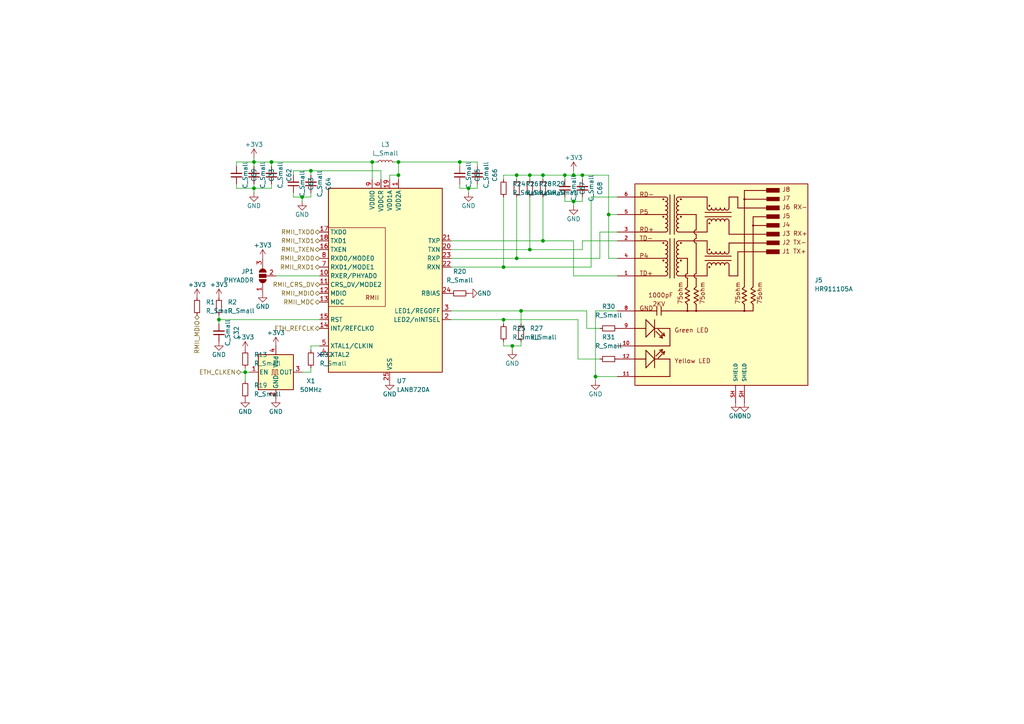
<source format=kicad_sch>
(kicad_sch (version 20211123) (generator eeschema)
  (paper "A4")
  (lib_symbols
    (symbol "Anh_Symbols:HR911105A" (pin_names (offset 1.016))
      (property "Reference" "J" (at 0 38.1 0))
      (property "Value" "HR911105A" (at -5.08 35.56 0))
      (symbol "HR911105A_0_0"
        (rectangle (start -20.32 34.29) (end 29.845 -24.13) (stroke (width 0.254)) (fill (type background)))
        (circle (center -12.065 12.065) (radius 0.1524) (stroke (width 0.254)))
        (circle (center -12.065 17.145) (radius 0.1524) (stroke (width 0.254)))
        (circle (center -12.065 24.765) (radius 0.1524) (stroke (width 0.254)))
        (circle (center -12.065 29.845) (radius 0.1524) (stroke (width 0.254)))
        (arc (start -11.43 7.62) (mid -10.981 7.806) (end -10.795 8.255) (stroke (width 0.254)))
        (arc (start -11.43 8.89) (mid -11.0269 9.1219) (end -10.795 9.525) (stroke (width 0.254)))
        (arc (start -11.43 10.16) (mid -10.981 10.346) (end -10.795 10.795) (stroke (width 0.254)))
        (arc (start -11.43 11.43) (mid -10.981 11.616) (end -10.795 12.065) (stroke (width 0.254)))
        (arc (start -11.43 12.7) (mid -10.981 12.886) (end -10.795 13.335) (stroke (width 0.254)))
        (arc (start -11.43 13.97) (mid -10.981 14.156) (end -10.795 14.605) (stroke (width 0.254)))
        (arc (start -11.43 15.24) (mid -10.981 15.426) (end -10.795 15.875) (stroke (width 0.254)))
        (arc (start -11.43 16.51) (mid -10.981 16.696) (end -10.795 17.145) (stroke (width 0.254)))
        (arc (start -11.43 20.32) (mid -10.981 20.506) (end -10.795 20.955) (stroke (width 0.254)))
        (arc (start -11.43 21.59) (mid -11.0269 21.8219) (end -10.795 22.225) (stroke (width 0.254)))
        (arc (start -11.43 22.86) (mid -10.981 23.046) (end -10.795 23.495) (stroke (width 0.254)))
        (arc (start -11.43 24.13) (mid -10.981 24.316) (end -10.795 24.765) (stroke (width 0.254)))
        (arc (start -11.43 25.4) (mid -10.981 25.586) (end -10.795 26.035) (stroke (width 0.254)))
        (arc (start -11.43 26.67) (mid -10.981 26.856) (end -10.795 27.305) (stroke (width 0.254)))
        (arc (start -11.43 27.94) (mid -10.981 28.126) (end -10.795 28.575) (stroke (width 0.254)))
        (arc (start -11.43 29.21) (mid -10.981 29.396) (end -10.795 29.845) (stroke (width 0.254)))
        (arc (start -10.795 8.255) (mid -10.981 8.704) (end -11.43 8.89) (stroke (width 0.254)))
        (arc (start -10.795 9.525) (mid -10.981 9.974) (end -11.43 10.16) (stroke (width 0.254)))
        (arc (start -10.795 10.795) (mid -10.981 11.244) (end -11.43 11.43) (stroke (width 0.254)))
        (arc (start -10.795 12.065) (mid -10.981 12.514) (end -11.43 12.7) (stroke (width 0.254)))
        (arc (start -10.795 13.335) (mid -10.981 13.784) (end -11.43 13.97) (stroke (width 0.254)))
        (arc (start -10.795 14.605) (mid -10.981 15.054) (end -11.43 15.24) (stroke (width 0.254)))
        (arc (start -10.795 15.875) (mid -10.981 16.324) (end -11.43 16.51) (stroke (width 0.254)))
        (arc (start -10.795 17.145) (mid -10.981 17.594) (end -11.43 17.78) (stroke (width 0.254)))
        (arc (start -10.795 20.955) (mid -10.981 21.404) (end -11.43 21.59) (stroke (width 0.254)))
        (arc (start -10.795 22.225) (mid -10.981 22.674) (end -11.43 22.86) (stroke (width 0.254)))
        (arc (start -10.795 23.495) (mid -10.981 23.944) (end -11.43 24.13) (stroke (width 0.254)))
        (arc (start -10.795 24.765) (mid -10.981 25.214) (end -11.43 25.4) (stroke (width 0.254)))
        (arc (start -10.795 26.035) (mid -10.981 26.484) (end -11.43 26.67) (stroke (width 0.254)))
        (arc (start -10.795 27.305) (mid -10.981 27.754) (end -11.43 27.94) (stroke (width 0.254)))
        (arc (start -10.795 28.575) (mid -10.981 29.024) (end -11.43 29.21) (stroke (width 0.254)))
        (arc (start -10.795 29.845) (mid -10.981 30.294) (end -11.43 30.48) (stroke (width 0.254)))
        (arc (start -8.255 8.255) (mid -8.069 7.806) (end -7.62 7.62) (stroke (width 0.254)))
        (arc (start -8.255 9.525) (mid -8.069 9.076) (end -7.62 8.89) (stroke (width 0.254)))
        (arc (start -8.255 10.795) (mid -8.069 10.346) (end -7.62 10.16) (stroke (width 0.254)))
        (arc (start -8.255 12.065) (mid -8.069 11.616) (end -7.62 11.43) (stroke (width 0.254)))
        (arc (start -8.255 13.335) (mid -8.069 12.886) (end -7.62 12.7) (stroke (width 0.254)))
        (arc (start -8.255 14.605) (mid -8.069 14.156) (end -7.62 13.97) (stroke (width 0.254)))
        (arc (start -8.255 15.875) (mid -8.069 15.426) (end -7.62 15.24) (stroke (width 0.254)))
        (arc (start -8.255 17.145) (mid -8.069 16.696) (end -7.62 16.51) (stroke (width 0.254)))
        (arc (start -8.255 20.955) (mid -8.069 20.506) (end -7.62 20.32) (stroke (width 0.254)))
        (arc (start -8.255 22.225) (mid -8.069 21.776) (end -7.62 21.59) (stroke (width 0.254)))
        (arc (start -8.255 23.495) (mid -8.069 23.046) (end -7.62 22.86) (stroke (width 0.254)))
        (arc (start -8.255 24.765) (mid -8.069 24.316) (end -7.62 24.13) (stroke (width 0.254)))
        (arc (start -8.255 26.035) (mid -8.069 25.586) (end -7.62 25.4) (stroke (width 0.254)))
        (arc (start -8.255 27.305) (mid -8.069 26.856) (end -7.62 26.67) (stroke (width 0.254)))
        (arc (start -8.255 28.575) (mid -8.069 28.126) (end -7.62 27.94) (stroke (width 0.254)))
        (arc (start -8.255 29.845) (mid -8.069 29.396) (end -7.62 29.21) (stroke (width 0.254)))
        (arc (start -7.62 8.89) (mid -8.069 8.704) (end -8.255 8.255) (stroke (width 0.254)))
        (arc (start -7.62 10.16) (mid -8.069 9.974) (end -8.255 9.525) (stroke (width 0.254)))
        (arc (start -7.62 11.43) (mid -8.069 11.244) (end -8.255 10.795) (stroke (width 0.254)))
        (arc (start -7.62 12.7) (mid -8.069 12.514) (end -8.255 12.065) (stroke (width 0.254)))
        (arc (start -7.62 13.97) (mid -8.069 13.784) (end -8.255 13.335) (stroke (width 0.254)))
        (arc (start -7.62 15.24) (mid -8.069 15.054) (end -8.255 14.605) (stroke (width 0.254)))
        (arc (start -7.62 16.51) (mid -8.0231 16.2781) (end -8.255 15.875) (stroke (width 0.254)))
        (arc (start -7.62 17.78) (mid -8.069 17.594) (end -8.255 17.145) (stroke (width 0.254)))
        (arc (start -7.62 21.59) (mid -8.069 21.404) (end -8.255 20.955) (stroke (width 0.254)))
        (arc (start -7.62 22.86) (mid -8.069 22.674) (end -8.255 22.225) (stroke (width 0.254)))
        (arc (start -7.62 24.13) (mid -8.069 23.944) (end -8.255 23.495) (stroke (width 0.254)))
        (arc (start -7.62 25.4) (mid -8.069 25.214) (end -8.255 24.765) (stroke (width 0.254)))
        (arc (start -7.62 26.67) (mid -8.069 26.484) (end -8.255 26.035) (stroke (width 0.254)))
        (arc (start -7.62 27.94) (mid -8.069 27.754) (end -8.255 27.305) (stroke (width 0.254)))
        (arc (start -7.62 29.21) (mid -8.0231 28.9781) (end -8.255 28.575) (stroke (width 0.254)))
        (arc (start -7.62 30.48) (mid -8.069 30.294) (end -8.255 29.845) (stroke (width 0.254)))
        (circle (center -6.985 12.065) (radius 0.1524) (stroke (width 0.254)))
        (circle (center -6.985 17.145) (radius 0.1524) (stroke (width 0.254)))
        (circle (center -6.985 24.765) (radius 0.1524) (stroke (width 0.254)))
        (circle (center -6.985 29.845) (radius 0.1524) (stroke (width 0.254)))
        (arc (start -5.715 7.62) (mid -5.529 7.171) (end -5.08 6.985) (stroke (width 0.254)))
        (circle (center -5.08 -2.54) (radius 0.1778) (stroke (width 0.254)))
        (arc (start -5.08 8.255) (mid -5.529 8.069) (end -5.715 7.62) (stroke (width 0.254)))
        (arc (start -3.175 7.62) (mid -2.989 7.171) (end -2.54 6.985) (stroke (width 0.254)))
        (arc (start -3.175 17.78) (mid -2.989 17.331) (end -2.54 17.145) (stroke (width 0.254)))
        (arc (start -3.175 20.32) (mid -2.989 19.871) (end -2.54 19.685) (stroke (width 0.254)))
        (circle (center -2.54 -2.54) (radius 0.1778) (stroke (width 0.254)))
        (arc (start -2.54 8.255) (mid -2.989 8.069) (end -3.175 7.62) (stroke (width 0.254)))
        (arc (start -2.54 18.415) (mid -2.989 18.229) (end -3.175 17.78) (stroke (width 0.254)))
        (arc (start -2.54 20.955) (mid -2.989 20.769) (end -3.175 20.32) (stroke (width 0.254)))
        (polyline (pts (xy -20.32 -21.59) (xy -10.16 -21.59)) (stroke (width 0.254)))
        (polyline (pts (xy -20.32 -12.7) (xy -10.16 -12.7)) (stroke (width 0.254)))
        (polyline (pts (xy -20.32 12.7) (xy -11.43 12.7)) (stroke (width 0.254)))
        (polyline (pts (xy -20.32 20.32) (xy -11.43 20.32)) (stroke (width 0.254)))
        (polyline (pts (xy -17.145 -19.05) (xy -14.605 -16.51)) (stroke (width 0.254)))
        (polyline (pts (xy -17.145 -16.51) (xy -20.32 -16.51)) (stroke (width 0.254)))
        (polyline (pts (xy -17.145 -16.51) (xy -17.145 -19.05)) (stroke (width 0.254)))
        (polyline (pts (xy -17.145 -13.97) (xy -17.145 -16.51)) (stroke (width 0.254)))
        (polyline (pts (xy -17.145 -10.16) (xy -17.145 -7.62)) (stroke (width 0.254)))
        (polyline (pts (xy -17.145 -7.62) (xy -20.32 -7.62)) (stroke (width 0.254)))
        (polyline (pts (xy -17.145 -7.62) (xy -17.145 -5.08)) (stroke (width 0.254)))
        (polyline (pts (xy -17.145 -5.08) (xy -14.605 -7.62)) (stroke (width 0.254)))
        (polyline (pts (xy -16.764 -14.351) (xy -17.145 -13.97)) (stroke (width 0.254)))
        (polyline (pts (xy -16.7386 -9.7536) (xy -17.1196 -10.1346)) (stroke (width 0.254)))
        (polyline (pts (xy -16.129 -14.986) (xy -16.764 -14.351)) (stroke (width 0.254)))
        (polyline (pts (xy -16.1036 -9.1186) (xy -16.7386 -9.7536)) (stroke (width 0.254)))
        (polyline (pts (xy -14.605 -16.51) (xy -16.129 -14.986)) (stroke (width 0.254)))
        (polyline (pts (xy -14.605 -16.51) (xy -14.605 -19.05)) (stroke (width 0.254)))
        (polyline (pts (xy -14.605 -16.51) (xy -10.16 -16.51)) (stroke (width 0.254)))
        (polyline (pts (xy -14.605 -13.97) (xy -14.605 -16.51)) (stroke (width 0.254)))
        (polyline (pts (xy -14.605 -10.16) (xy -14.605 -7.62)) (stroke (width 0.254)))
        (polyline (pts (xy -14.605 -7.62) (xy -16.129 -9.144)) (stroke (width 0.254)))
        (polyline (pts (xy -14.605 -7.62) (xy -14.605 -5.08)) (stroke (width 0.254)))
        (polyline (pts (xy -14.605 -7.62) (xy -10.16 -7.62)) (stroke (width 0.254)))
        (polyline (pts (xy -14.224 -15.621) (xy -12.319 -13.716)) (stroke (width 0.254)))
        (polyline (pts (xy -14.224 -8.509) (xy -12.319 -10.414)) (stroke (width 0.254)))
        (polyline (pts (xy -13.97 -2.54) (xy -20.32 -2.54)) (stroke (width 0.254)))
        (polyline (pts (xy -13.97 -2.54) (xy -13.97 -3.81)) (stroke (width 0.254)))
        (polyline (pts (xy -13.97 -1.27) (xy -13.97 -2.54)) (stroke (width 0.254)))
        (polyline (pts (xy -13.589 -16.256) (xy -11.684 -14.351)) (stroke (width 0.254)))
        (polyline (pts (xy -13.589 -7.874) (xy -11.684 -9.779)) (stroke (width 0.254)))
        (polyline (pts (xy -12.7 -2.54) (xy -12.7 -3.81)) (stroke (width 0.254)))
        (polyline (pts (xy -12.7 -2.54) (xy -12.7 -1.27)) (stroke (width 0.254)))
        (polyline (pts (xy -12.319 -13.716) (xy -13.208 -13.97)) (stroke (width 0.254)))
        (polyline (pts (xy -12.319 -13.716) (xy -12.573 -14.605)) (stroke (width 0.254)))
        (polyline (pts (xy -12.319 -10.414) (xy -13.208 -10.16)) (stroke (width 0.254)))
        (polyline (pts (xy -12.319 -10.414) (xy -12.573 -9.525)) (stroke (width 0.254)))
        (polyline (pts (xy -11.684 -14.351) (xy -12.573 -14.605)) (stroke (width 0.254)))
        (polyline (pts (xy -11.684 -14.351) (xy -11.938 -15.24)) (stroke (width 0.254)))
        (polyline (pts (xy -11.684 -9.779) (xy -12.573 -9.525)) (stroke (width 0.254)))
        (polyline (pts (xy -11.684 -9.779) (xy -11.938 -8.89)) (stroke (width 0.254)))
        (polyline (pts (xy -11.43 7.62) (xy -20.32 7.62)) (stroke (width 0.254)))
        (polyline (pts (xy -11.43 17.78) (xy -20.32 17.78)) (stroke (width 0.254)))
        (polyline (pts (xy -11.43 25.4) (xy -20.32 25.4)) (stroke (width 0.254)))
        (polyline (pts (xy -11.43 30.48) (xy -20.32 30.48)) (stroke (width 0.254)))
        (polyline (pts (xy -10.16 -21.59) (xy -10.16 -16.51)) (stroke (width 0.254)))
        (polyline (pts (xy -10.16 -12.7) (xy -10.16 -7.62)) (stroke (width 0.254)))
        (polyline (pts (xy -10.16 18.415) (xy -10.16 6.985)) (stroke (width 0.254)))
        (polyline (pts (xy -10.16 31.115) (xy -10.16 19.685)) (stroke (width 0.254)))
        (polyline (pts (xy -8.89 18.415) (xy -8.89 6.985)) (stroke (width 0.254)))
        (polyline (pts (xy -8.89 31.115) (xy -8.89 19.685)) (stroke (width 0.254)))
        (polyline (pts (xy -7.62 7.62) (xy -5.715 7.62)) (stroke (width 0.254)))
        (polyline (pts (xy -7.62 20.32) (xy -3.175 20.32)) (stroke (width 0.254)))
        (polyline (pts (xy -7.62 25.4) (xy -2.54 25.4)) (stroke (width 0.254)))
        (polyline (pts (xy -5.715 0) (xy -5.08 -0.635)) (stroke (width 0.254)))
        (polyline (pts (xy -5.715 1.27) (xy -4.445 0.635)) (stroke (width 0.254)))
        (polyline (pts (xy -5.715 2.54) (xy -4.445 1.905)) (stroke (width 0.254)))
        (polyline (pts (xy -5.715 3.81) (xy -4.445 3.175)) (stroke (width 0.254)))
        (polyline (pts (xy -5.715 7.62) (xy -3.175 7.62)) (stroke (width 0.254)))
        (polyline (pts (xy -5.08 -2.54) (xy -12.7 -2.54)) (stroke (width 0.254)))
        (polyline (pts (xy -5.08 -0.635) (xy -5.08 -2.54)) (stroke (width 0.254)))
        (polyline (pts (xy -5.08 4.445) (xy -5.715 3.81)) (stroke (width 0.254)))
        (polyline (pts (xy -5.08 6.985) (xy -5.08 4.445)) (stroke (width 0.254)))
        (polyline (pts (xy -5.08 8.255) (xy -5.08 12.7)) (stroke (width 0.254)))
        (polyline (pts (xy -5.08 12.7) (xy -7.62 12.7)) (stroke (width 0.254)))
        (polyline (pts (xy -4.445 0.635) (xy -5.715 0)) (stroke (width 0.254)))
        (polyline (pts (xy -4.445 1.905) (xy -5.715 1.27)) (stroke (width 0.254)))
        (polyline (pts (xy -4.445 3.175) (xy -5.715 2.54)) (stroke (width 0.254)))
        (polyline (pts (xy -3.175 0) (xy -2.54 -0.635)) (stroke (width 0.254)))
        (polyline (pts (xy -3.175 1.27) (xy -1.905 0.635)) (stroke (width 0.254)))
        (polyline (pts (xy -3.175 2.54) (xy -1.905 1.905)) (stroke (width 0.254)))
        (polyline (pts (xy -3.175 3.81) (xy -1.905 3.175)) (stroke (width 0.254)))
        (polyline (pts (xy -3.175 7.62) (xy 0.635 7.62)) (stroke (width 0.254)))
        (polyline (pts (xy -3.175 17.78) (xy -7.62 17.78)) (stroke (width 0.254)))
        (polyline (pts (xy -3.175 20.32) (xy 0.635 20.32)) (stroke (width 0.254)))
        (polyline (pts (xy -2.54 -0.635) (xy -2.54 -2.54)) (stroke (width 0.254)))
        (polyline (pts (xy -2.54 4.445) (xy -3.175 3.81)) (stroke (width 0.254)))
        (polyline (pts (xy -2.54 6.985) (xy -2.54 4.445)) (stroke (width 0.254)))
        (polyline (pts (xy -2.54 17.145) (xy -2.54 8.255)) (stroke (width 0.254)))
        (polyline (pts (xy -2.54 19.685) (xy -2.54 18.415)) (stroke (width 0.254)))
        (polyline (pts (xy -2.54 25.4) (xy -2.54 20.955)) (stroke (width 0.254)))
        (polyline (pts (xy -1.905 0.635) (xy -3.175 0)) (stroke (width 0.254)))
        (polyline (pts (xy -1.905 1.905) (xy -3.175 1.27)) (stroke (width 0.254)))
        (polyline (pts (xy -1.905 3.175) (xy -3.175 2.54)) (stroke (width 0.254)))
        (polyline (pts (xy 0 12.065) (xy 7.62 12.065)) (stroke (width 0.254)))
        (polyline (pts (xy 0 13.335) (xy 7.62 13.335)) (stroke (width 0.254)))
        (polyline (pts (xy 0 24.765) (xy 7.62 24.765)) (stroke (width 0.254)))
        (polyline (pts (xy 0 26.035) (xy 7.62 26.035)) (stroke (width 0.254)))
        (polyline (pts (xy 0.635 7.62) (xy 0.635 10.795)) (stroke (width 0.254)))
        (polyline (pts (xy 0.635 14.605) (xy 0.635 17.78)) (stroke (width 0.254)))
        (polyline (pts (xy 0.635 17.78) (xy -3.175 17.78)) (stroke (width 0.254)))
        (polyline (pts (xy 0.635 20.32) (xy 0.635 23.495)) (stroke (width 0.254)))
        (polyline (pts (xy 0.635 27.305) (xy 0.635 30.48)) (stroke (width 0.254)))
        (polyline (pts (xy 0.635 30.48) (xy -7.62 30.48)) (stroke (width 0.254)))
        (polyline (pts (xy 6.985 10.795) (xy 6.985 7.62)) (stroke (width 0.254)))
        (polyline (pts (xy 6.985 17.145) (xy 6.985 14.605)) (stroke (width 0.254)))
        (polyline (pts (xy 6.985 23.495) (xy 6.985 19.685)) (stroke (width 0.254)))
        (polyline (pts (xy 6.985 30.48) (xy 6.985 27.305)) (stroke (width 0.254)))
        (polyline (pts (xy 9.525 7.62) (xy 6.985 7.62)) (stroke (width 0.254)))
        (polyline (pts (xy 9.525 14.605) (xy 9.525 7.62)) (stroke (width 0.254)))
        (polyline (pts (xy 9.525 27.305) (xy 9.525 30.48)) (stroke (width 0.254)))
        (polyline (pts (xy 9.525 30.48) (xy 6.985 30.48)) (stroke (width 0.254)))
        (polyline (pts (xy 10.795 0) (xy 11.43 -0.635)) (stroke (width 0.254)))
        (polyline (pts (xy 10.795 1.27) (xy 12.065 0.635)) (stroke (width 0.254)))
        (polyline (pts (xy 10.795 2.54) (xy 12.065 1.905)) (stroke (width 0.254)))
        (polyline (pts (xy 10.795 3.81) (xy 12.065 3.175)) (stroke (width 0.254)))
        (polyline (pts (xy 11.43 -0.635) (xy 11.43 -2.54)) (stroke (width 0.254)))
        (polyline (pts (xy 11.43 4.445) (xy 10.795 3.81)) (stroke (width 0.254)))
        (polyline (pts (xy 11.43 29.845) (xy 11.43 4.445)) (stroke (width 0.254)))
        (polyline (pts (xy 11.43 29.845) (xy 18.415 29.845)) (stroke (width 0.254)))
        (polyline (pts (xy 11.43 32.385) (xy 11.43 29.845)) (stroke (width 0.254)))
        (polyline (pts (xy 12.065 0.635) (xy 10.795 0)) (stroke (width 0.254)))
        (polyline (pts (xy 12.065 1.905) (xy 10.795 1.27)) (stroke (width 0.254)))
        (polyline (pts (xy 12.065 3.175) (xy 10.795 2.54)) (stroke (width 0.254)))
        (polyline (pts (xy 13.335 0) (xy 13.97 -0.635)) (stroke (width 0.254)))
        (polyline (pts (xy 13.335 1.27) (xy 14.605 0.635)) (stroke (width 0.254)))
        (polyline (pts (xy 13.335 2.54) (xy 14.605 1.905)) (stroke (width 0.254)))
        (polyline (pts (xy 13.335 3.81) (xy 14.605 3.175)) (stroke (width 0.254)))
        (polyline (pts (xy 13.97 -2.54) (xy -5.08 -2.54)) (stroke (width 0.254)))
        (polyline (pts (xy 13.97 -0.635) (xy 13.97 -2.54)) (stroke (width 0.254)))
        (polyline (pts (xy 13.97 4.445) (xy 13.335 3.81)) (stroke (width 0.254)))
        (polyline (pts (xy 13.97 22.225) (xy 13.97 4.445)) (stroke (width 0.254)))
        (polyline (pts (xy 13.97 22.225) (xy 18.415 22.225)) (stroke (width 0.254)))
        (polyline (pts (xy 13.97 24.765) (xy 13.97 22.225)) (stroke (width 0.254)))
        (polyline (pts (xy 14.605 0.635) (xy 13.335 0)) (stroke (width 0.254)))
        (polyline (pts (xy 14.605 1.905) (xy 13.335 1.27)) (stroke (width 0.254)))
        (polyline (pts (xy 14.605 3.175) (xy 13.335 2.54)) (stroke (width 0.254)))
        (polyline (pts (xy 18.415 14.605) (xy 9.525 14.605)) (stroke (width 0.254)))
        (polyline (pts (xy 18.415 17.145) (xy 6.985 17.145)) (stroke (width 0.254)))
        (polyline (pts (xy 18.415 19.685) (xy 6.985 19.685)) (stroke (width 0.254)))
        (polyline (pts (xy 18.415 24.765) (xy 13.97 24.765)) (stroke (width 0.254)))
        (polyline (pts (xy 18.415 27.305) (xy 9.525 27.305)) (stroke (width 0.254)))
        (polyline (pts (xy 18.415 32.385) (xy 11.43 32.385)) (stroke (width 0.254)))
        (arc (start 0.635 14.605) (mid 0.821 14.156) (end 1.27 13.97) (stroke (width 0.254)))
        (arc (start 0.635 27.305) (mid 0.821 26.856) (end 1.27 26.67) (stroke (width 0.254)))
        (circle (center 1.27 10.16) (radius 0.1524) (stroke (width 0.254)))
        (arc (start 1.27 11.43) (mid 0.821 11.244) (end 0.635 10.795) (stroke (width 0.254)))
        (arc (start 1.27 13.97) (mid 1.719 14.156) (end 1.905 14.605) (stroke (width 0.254)))
        (circle (center 1.27 15.24) (radius 0.1524) (stroke (width 0.254)))
        (circle (center 1.27 22.86) (radius 0.1524) (stroke (width 0.254)))
        (arc (start 1.27 24.13) (mid 0.821 23.944) (end 0.635 23.495) (stroke (width 0.254)))
        (arc (start 1.27 26.67) (mid 1.719 26.856) (end 1.905 27.305) (stroke (width 0.254)))
        (circle (center 1.27 27.94) (radius 0.1524) (stroke (width 0.254)))
        (arc (start 1.905 10.795) (mid 1.719 11.244) (end 1.27 11.43) (stroke (width 0.254)))
        (arc (start 1.905 14.605) (mid 2.091 14.156) (end 2.54 13.97) (stroke (width 0.254)))
        (arc (start 1.905 23.495) (mid 1.719 23.944) (end 1.27 24.13) (stroke (width 0.254)))
        (arc (start 1.905 27.305) (mid 2.091 26.856) (end 2.54 26.67) (stroke (width 0.254)))
        (arc (start 2.54 11.43) (mid 2.091 11.244) (end 1.905 10.795) (stroke (width 0.254)))
        (arc (start 2.54 13.97) (mid 2.989 14.156) (end 3.175 14.605) (stroke (width 0.254)))
        (arc (start 2.54 24.13) (mid 2.091 23.944) (end 1.905 23.495) (stroke (width 0.254)))
        (arc (start 2.54 26.67) (mid 2.989 26.856) (end 3.175 27.305) (stroke (width 0.254)))
        (arc (start 3.175 10.795) (mid 2.989 11.244) (end 2.54 11.43) (stroke (width 0.254)))
        (arc (start 3.175 14.605) (mid 3.361 14.156) (end 3.81 13.97) (stroke (width 0.254)))
        (arc (start 3.175 23.495) (mid 2.989 23.944) (end 2.54 24.13) (stroke (width 0.254)))
        (arc (start 3.175 27.305) (mid 3.361 26.856) (end 3.81 26.67) (stroke (width 0.254)))
        (arc (start 3.81 11.43) (mid 3.361 11.244) (end 3.175 10.795) (stroke (width 0.254)))
        (arc (start 3.81 13.97) (mid 4.259 14.156) (end 4.445 14.605) (stroke (width 0.254)))
        (arc (start 3.81 24.13) (mid 3.361 23.944) (end 3.175 23.495) (stroke (width 0.254)))
        (arc (start 3.81 26.67) (mid 4.259 26.856) (end 4.445 27.305) (stroke (width 0.254)))
        (arc (start 4.445 10.795) (mid 4.259 11.244) (end 3.81 11.43) (stroke (width 0.254)))
        (arc (start 4.445 14.605) (mid 4.631 14.156) (end 5.08 13.97) (stroke (width 0.254)))
        (arc (start 4.445 23.495) (mid 4.259 23.944) (end 3.81 24.13) (stroke (width 0.254)))
        (arc (start 4.445 27.305) (mid 4.631 26.856) (end 5.08 26.67) (stroke (width 0.254)))
        (arc (start 5.08 11.43) (mid 4.631 11.244) (end 4.445 10.795) (stroke (width 0.254)))
        (arc (start 5.08 13.97) (mid 5.529 14.156) (end 5.715 14.605) (stroke (width 0.254)))
        (arc (start 5.08 24.13) (mid 4.631 23.944) (end 4.445 23.495) (stroke (width 0.254)))
        (arc (start 5.08 26.67) (mid 5.529 26.856) (end 5.715 27.305) (stroke (width 0.254)))
        (arc (start 5.715 10.795) (mid 5.529 11.244) (end 5.08 11.43) (stroke (width 0.254)))
        (arc (start 5.715 14.605) (mid 5.901 14.156) (end 6.35 13.97) (stroke (width 0.254)))
        (arc (start 5.715 23.495) (mid 5.529 23.944) (end 5.08 24.13) (stroke (width 0.254)))
        (arc (start 5.715 27.305) (mid 5.901 26.856) (end 6.35 26.67) (stroke (width 0.254)))
        (arc (start 6.35 11.43) (mid 5.901 11.244) (end 5.715 10.795) (stroke (width 0.254)))
        (arc (start 6.35 13.97) (mid 6.799 14.156) (end 6.985 14.605) (stroke (width 0.254)))
        (arc (start 6.35 24.13) (mid 5.901 23.944) (end 5.715 23.495) (stroke (width 0.254)))
        (arc (start 6.35 26.67) (mid 6.799 26.856) (end 6.985 27.305) (stroke (width 0.254)))
        (arc (start 6.985 10.795) (mid 6.799 11.244) (end 6.35 11.43) (stroke (width 0.254)))
        (arc (start 6.985 23.495) (mid 6.799 23.944) (end 6.35 24.13) (stroke (width 0.254)))
        (circle (center 11.43 -2.54) (radius 0.1778) (stroke (width 0.254)))
        (circle (center 11.43 29.845) (radius 0.1778) (stroke (width 0.254)))
        (circle (center 13.97 22.225) (radius 0.1778) (stroke (width 0.254)))
        (rectangle (start 17.8054 26.7208) (end 21.59 27.94) (fill (type outline)))
        (rectangle (start 17.8308 13.9954) (end 21.59 15.24) (fill (type outline)))
        (rectangle (start 17.8308 31.8262) (end 21.59 33.02) (fill (type outline)))
        (rectangle (start 17.8816 19.1262) (end 21.59 20.32) (fill (type outline)))
        (rectangle (start 17.8816 21.6916) (end 21.5646 22.8346) (fill (type outline)))
        (rectangle (start 17.8816 24.2316) (end 21.59 25.4) (fill (type outline)))
        (rectangle (start 17.907 29.3624) (end 21.59 30.4546) (fill (type outline)))
        (rectangle (start 17.9324 16.6116) (end 21.59 17.78) (fill (type outline)))
        (text "1000pF" (at -16.51 1.27 0) (effects (font (size 1.27 1.27)) (justify left bottom)))
        (text "2KV" (at -15.24 -1.27 0) (effects (font (size 1.27 1.27)) (justify left bottom)))
        (text "75ohm" (at -6.4008 -0.6604 900) (effects (font (size 1.27 1.27)) (justify left bottom)))
        (text "75ohm" (at 0 -0.6604 900) (effects (font (size 1.27 1.27)) (justify left bottom)))
        (text "75ohm" (at 10.2616 -0.6604 900) (effects (font (size 1.27 1.27)) (justify left bottom)))
        (text "75ohm" (at 16.6116 -0.6604 900) (effects (font (size 1.27 1.27)) (justify left bottom)))
        (text "GND" (at -19.05 -2.54 0) (effects (font (size 1.27 1.27)) (justify left bottom)))
        (text "Green LED" (at -8.89 -8.89 0) (effects (font (size 1.27 1.27)) (justify left bottom)))
        (text "J1 TX+" (at 22.352 13.9954 0) (effects (font (size 1.27 1.27)) (justify left bottom)))
        (text "J2 TX-" (at 22.3774 16.5862 0) (effects (font (size 1.27 1.27)) (justify left bottom)))
        (text "J3 RX+" (at 22.3774 19.1516 0) (effects (font (size 1.27 1.27)) (justify left bottom)))
        (text "J4" (at 22.3774 21.717 0) (effects (font (size 1.27 1.27)) (justify left bottom)))
        (text "J5" (at 22.4028 24.257 0) (effects (font (size 1.27 1.27)) (justify left bottom)))
        (text "J6 RX-" (at 22.3774 26.8224 0) (effects (font (size 1.27 1.27)) (justify left bottom)))
        (text "J7" (at 22.3774 29.3624 0) (effects (font (size 1.27 1.27)) (justify left bottom)))
        (text "J8" (at 22.3774 31.9278 0) (effects (font (size 1.27 1.27)) (justify left bottom)))
        (text "P4" (at -19.05 12.7 0) (effects (font (size 1.27 1.27)) (justify left bottom)))
        (text "P5" (at -19.05 25.4 0) (effects (font (size 1.27 1.27)) (justify left bottom)))
        (text "RD+" (at -19.05 20.32 0) (effects (font (size 1.27 1.27)) (justify left bottom)))
        (text "RD-" (at -19.05 30.48 0) (effects (font (size 1.27 1.27)) (justify left bottom)))
        (text "TD+" (at -19.05 7.62 0) (effects (font (size 1.27 1.27)) (justify left bottom)))
        (text "TD-" (at -19.05 17.78 0) (effects (font (size 1.27 1.27)) (justify left bottom)))
        (text "Yellow LED" (at -8.89 -17.78 0) (effects (font (size 1.27 1.27)) (justify left bottom)))
        (pin passive line (at -25.4 7.62 0) (length 5.08) (name "~") (number "1"))
        (pin passive line (at -25.4 -12.7 0) (length 5.08) (name "~") (number "10"))
        (pin passive line (at -25.4 -21.59 0) (length 5.08) (name "~") (number "11"))
        (pin passive line (at -25.4 -16.51 0) (length 5.08) (name "~") (number "12"))
        (pin passive line (at -25.4 17.78 0) (length 5.08) (name "~") (number "2"))
        (pin passive line (at -25.4 20.32 0) (length 5.08) (name "~") (number "3"))
        (pin passive line (at -25.4 12.7 0) (length 5.08) (name "~") (number "4"))
        (pin passive line (at -25.4 25.4 0) (length 5.08) (name "~") (number "5"))
        (pin passive line (at -25.4 30.48 0) (length 5.08) (name "~") (number "6"))
        (pin power_in line (at -25.4 -2.54 0) (length 5.08) (name "~") (number "8"))
        (pin passive line (at -25.4 -7.62 0) (length 5.08) (name "~") (number "9"))
        (pin passive line (at 8.89 -29.21 90) (length 5.08) (name "SHIELD") (number "SH"))
        (pin passive line (at 11.43 -29.21 90) (length 5.08) (name "SHIELD") (number "SH"))
      )
    )
    (symbol "Device:C_Small" (pin_numbers hide) (pin_names (offset 0.254) hide)
      (property "Reference" "C" (at 0.254 1.778 0))
      (property "Value" "C_Small" (at 0.254 -2.032 0))
      (symbol "C_Small_0_1"
        (polyline (pts (xy -1.524 -0.508) (xy 1.524 -0.508)) (stroke (width 0.3302)))
        (polyline (pts (xy -1.524 0.508) (xy 1.524 0.508)) (stroke (width 0.3048)))
      )
      (symbol "C_Small_1_1"
        (pin passive line (at 0 2.54 270) (length 2.032) (name "~") (number "1"))
        (pin passive line (at 0 -2.54 90) (length 2.032) (name "~") (number "2"))
      )
    )
    (symbol "Device:L_Small" (pin_numbers hide) (pin_names (offset 0.254) hide)
      (property "Reference" "L" (at 0.762 1.016 0))
      (property "Value" "L_Small" (at 0.762 -1.016 0))
      (symbol "L_Small_0_1"
        (arc (start 0 -2.032) (mid 0.508 -1.524) (end 0 -1.016))
        (arc (start 0 -1.016) (mid 0.508 -0.508) (end 0 0))
        (arc (start 0 0) (mid 0.508 0.508) (end 0 1.016))
        (arc (start 0 1.016) (mid 0.508 1.524) (end 0 2.032))
      )
      (symbol "L_Small_1_1"
        (pin passive line (at 0 2.54 270) (length 0.508) (name "~") (number "1"))
        (pin passive line (at 0 -2.54 90) (length 0.508) (name "~") (number "2"))
      )
    )
    (symbol "Device:R_Small" (pin_numbers hide) (pin_names (offset 0.254) hide)
      (property "Reference" "R" (at 0.762 0.508 0))
      (property "Value" "R_Small" (at 0.762 -1.016 0))
      (symbol "R_Small_0_1"
        (rectangle (start -0.762 1.778) (end 0.762 -1.778) (stroke (width 0.2032)))
      )
      (symbol "R_Small_1_1"
        (pin passive line (at 0 2.54 270) (length 0.762) (name "~") (number "1"))
        (pin passive line (at 0 -2.54 90) (length 0.762) (name "~") (number "2"))
      )
    )
    (symbol "Interface_Ethernet:LAN8720A"
      (property "Reference" "U" (at -13.97 29.21 0))
      (property "Value" "LAN8720A" (at 15.24 29.21 0))
      (symbol "LAN8720A_0_0"
        (text "RMII" (at -5.08 -3.81 0) (effects (font (size 1.27 1.27))))
      )
      (symbol "LAN8720A_0_1"
        (rectangle (start -17.78 27.94) (end 15.24 -25.4) (stroke (width 0.254)) (fill (type background)))
        (polyline (pts (xy -17.78 -6.35) (xy -1.27 -6.35) (xy -1.27 16.51) (xy -17.78 16.51)))
      )
      (symbol "LAN8720A_1_1"
        (pin power_in line (at 2.54 30.48 270) (length 2.54) (name "VDD2A") (number "1"))
        (pin output line (at -20.32 2.54 0) (length 2.54) (name "RXER/PHYAD0") (number "10"))
        (pin output line (at -20.32 0 0) (length 2.54) (name "CRS_DV/MODE2") (number "11"))
        (pin bidirectional line (at -20.32 -2.54 0) (length 2.54) (name "MDIO") (number "12"))
        (pin input line (at -20.32 -5.08 0) (length 2.54) (name "MDC") (number "13"))
        (pin output line (at -20.32 -12.7 0) (length 2.54) (name "INT/REFCLKO") (number "14"))
        (pin input line (at -20.32 -10.16 0) (length 2.54) (name "RST") (number "15"))
        (pin input line (at -20.32 10.16 0) (length 2.54) (name "TXEN") (number "16"))
        (pin input line (at -20.32 15.24 0) (length 2.54) (name "TXD0") (number "17"))
        (pin input line (at -20.32 12.7 0) (length 2.54) (name "TXD1") (number "18"))
        (pin power_in line (at 0 30.48 270) (length 2.54) (name "VDD1A") (number "19"))
        (pin bidirectional line (at 17.78 -10.16 180) (length 2.54) (name "LED2/nINTSEL") (number "2"))
        (pin output line (at 17.78 10.16 180) (length 2.54) (name "TXN") (number "20"))
        (pin output line (at 17.78 12.7 180) (length 2.54) (name "TXP") (number "21"))
        (pin output line (at 17.78 5.08 180) (length 2.54) (name "RXN") (number "22"))
        (pin output line (at 17.78 7.62 180) (length 2.54) (name "RXP") (number "23"))
        (pin input line (at 17.78 -2.54 180) (length 2.54) (name "RBIAS") (number "24"))
        (pin power_in line (at 0 -27.94 90) (length 2.54) (name "VSS") (number "25"))
        (pin bidirectional line (at 17.78 -7.62 180) (length 2.54) (name "LED1/REGOFF") (number "3"))
        (pin passive line (at -20.32 -20.32 0) (length 2.54) (name "XTAL2") (number "4"))
        (pin passive line (at -20.32 -17.78 0) (length 2.54) (name "XTAL1/CLKIN") (number "5"))
        (pin power_in line (at -2.54 30.48 270) (length 2.54) (name "VDDCR") (number "6"))
        (pin output line (at -20.32 5.08 0) (length 2.54) (name "RXD1/MODE1") (number "7"))
        (pin output line (at -20.32 7.62 0) (length 2.54) (name "RXD0/MODE0") (number "8"))
        (pin power_in line (at -5.08 30.48 270) (length 2.54) (name "VDDIO") (number "9"))
      )
    )
    (symbol "Jumper:SolderJumper_3_Open" (pin_names (offset 0) hide)
      (property "Reference" "JP" (at -2.54 -2.54 0))
      (property "Value" "SolderJumper_3_Open" (at 0 2.794 0))
      (symbol "SolderJumper_3_Open_0_1"
        (arc (start -1.016 1.016) (mid -2.032 0) (end -1.016 -1.016))
        (arc (start -1.016 1.016) (mid -2.032 0) (end -1.016 -1.016) (fill (type outline)))
        (rectangle (start -0.508 1.016) (end 0.508 -1.016) (fill (type outline)))
        (polyline (pts (xy -2.54 0) (xy -2.032 0)))
        (polyline (pts (xy -1.016 1.016) (xy -1.016 -1.016)))
        (polyline (pts (xy 0 -1.27) (xy 0 -1.016)))
        (polyline (pts (xy 1.016 1.016) (xy 1.016 -1.016)))
        (polyline (pts (xy 2.54 0) (xy 2.032 0)))
        (arc (start 1.016 -1.016) (mid 2.032 0) (end 1.016 1.016))
        (arc (start 1.016 -1.016) (mid 2.032 0) (end 1.016 1.016) (fill (type outline)))
      )
      (symbol "SolderJumper_3_Open_1_1"
        (pin passive line (at -5.08 0 0) (length 2.54) (name "A") (number "1"))
        (pin passive line (at 0 -3.81 90) (length 2.54) (name "C") (number "2"))
        (pin passive line (at 5.08 0 180) (length 2.54) (name "B") (number "3"))
      )
    )
    (symbol "Oscillator:ASV-xxxMHz" (pin_names (offset 0.254))
      (property "Reference" "X" (at -5.08 6.35 0))
      (property "Value" "ASV-xxxMHz" (at 1.27 -6.35 0))
      (symbol "ASV-xxxMHz_0_1"
        (rectangle (start -5.08 5.08) (end 5.08 -5.08) (stroke (width 0.254)) (fill (type background)))
        (polyline (pts (xy -1.27 -0.762) (xy -1.016 -0.762) (xy -1.016 0.762) (xy -0.508 0.762) (xy -0.508 -0.762) (xy 0 -0.762) (xy 0 0.762) (xy 0.508 0.762) (xy 0.508 -0.762) (xy 0.762 -0.762)))
      )
      (symbol "ASV-xxxMHz_1_1"
        (pin input line (at -7.62 0 0) (length 2.54) (name "EN") (number "1"))
        (pin power_in line (at 0 -7.62 90) (length 2.54) (name "GND") (number "2"))
        (pin output line (at 7.62 0 180) (length 2.54) (name "OUT") (number "3"))
        (pin power_in line (at 0 7.62 270) (length 2.54) (name "Vdd") (number "4"))
      )
    )
    (symbol "power:+3V3" (power) (pin_names (offset 0))
      (property "Value" "+3V3" (at 0 3.556 0))
      (symbol "+3V3_0_1"
        (polyline (pts (xy -0.762 1.27) (xy 0 2.54)))
        (polyline (pts (xy 0 0) (xy 0 2.54)))
        (polyline (pts (xy 0 2.54) (xy 0.762 1.27)))
      )
      (symbol "+3V3_1_1"
        (pin power_in line (at 0 0 90) (length 0) hide (name "+3V3") (number "1"))
      )
    )
    (symbol "power:GND" (power) (pin_names (offset 0))
      (property "Value" "GND" (at 0 -3.81 0))
      (symbol "GND_0_1"
        (polyline (pts (xy 0 0) (xy 0 -1.27) (xy 1.27 -1.27) (xy 0 -2.54) (xy -1.27 -1.27) (xy 0 -1.27)))
      )
      (symbol "GND_1_1"
        (pin power_in line (at 0 0 270) (length 0) hide (name "GND") (number "1"))
      )
    )
  )
  (junction (at 176.53 62.23))
  (junction (at 71.12 107.95))
  (junction (at 166.37 58.42))
  (junction (at 90.17 49.53))
  (junction (at 146.05 77.47))
  (junction (at 151.13 90.17))
  (junction (at 157.48 50.8))
  (junction (at 135.89 54.61))
  (junction (at 115.57 50.8))
  (junction (at 148.59 100.33))
  (junction (at 146.05 92.71))
  (junction (at 87.63 57.15))
  (junction (at 149.86 50.8))
  (junction (at 78.74 46.99))
  (junction (at 73.66 46.99))
  (junction (at 107.95 46.99))
  (junction (at 63.5 92.71))
  (junction (at 168.91 50.8))
  (junction (at 163.83 50.8))
  (junction (at 149.86 74.93))
  (junction (at 153.67 50.8))
  (junction (at 153.67 72.39))
  (junction (at 73.66 54.61))
  (junction (at 115.57 46.99))
  (junction (at 133.35 46.99))
  (junction (at 172.72 109.22))
  (junction (at 157.48 69.85))
  (junction (at 166.37 50.8))
  (no_connect (at 92.71 102.87))
  (wire (pts (xy 87.63 57.15) (xy 85.09 57.15)))
  (wire (pts (xy 157.48 50.8) (xy 153.67 50.8)))
  (wire (pts (xy 85.09 50.8) (xy 85.09 49.53)))
  (wire (pts (xy 166.37 80.01) (xy 179.07 80.01)))
  (wire (pts (xy 63.5 92.71) (xy 63.5 93.98)))
  (wire (pts (xy 146.05 57.15) (xy 146.05 77.47)))
  (wire (pts (xy 163.83 50.8) (xy 166.37 50.8)))
  (wire (pts (xy 90.17 49.53) (xy 110.49 49.53)))
  (wire (pts (xy 166.37 58.42) (xy 163.83 58.42)))
  (wire (pts (xy 115.57 46.99) (xy 133.35 46.99)))
  (wire (pts (xy 157.48 50.8) (xy 163.83 50.8)))
  (wire (pts (xy 168.91 57.15) (xy 168.91 58.42)))
  (wire (pts (xy 68.58 48.26) (xy 68.58 46.99)))
  (wire (pts (xy 69.85 107.95) (xy 71.12 107.95)))
  (wire (pts (xy 73.66 54.61) (xy 78.74 54.61)))
  (wire (pts (xy 172.72 109.22) (xy 172.72 110.49)))
  (wire (pts (xy 90.17 49.53) (xy 90.17 50.8)))
  (wire (pts (xy 170.18 95.25) (xy 170.18 90.17)))
  (wire (pts (xy 172.72 90.17) (xy 179.07 90.17)))
  (wire (pts (xy 71.12 106.68) (xy 71.12 107.95)))
  (wire (pts (xy 146.05 92.71) (xy 167.64 92.71)))
  (wire (pts (xy 168.91 50.8) (xy 168.91 52.07)))
  (wire (pts (xy 78.74 46.99) (xy 107.95 46.99)))
  (wire (pts (xy 148.59 100.33) (xy 151.13 100.33)))
  (wire (pts (xy 68.58 53.34) (xy 68.58 54.61)))
  (wire (pts (xy 135.89 54.61) (xy 135.89 55.88)))
  (wire (pts (xy 151.13 90.17) (xy 170.18 90.17)))
  (wire (pts (xy 78.74 53.34) (xy 78.74 54.61)))
  (wire (pts (xy 153.67 50.8) (xy 153.67 52.07)))
  (wire (pts (xy 179.07 74.93) (xy 176.53 74.93)))
  (wire (pts (xy 85.09 57.15) (xy 85.09 55.88)))
  (wire (pts (xy 130.81 74.93) (xy 149.86 74.93)))
  (wire (pts (xy 172.72 109.22) (xy 172.72 90.17)))
  (wire (pts (xy 149.86 50.8) (xy 149.86 52.07)))
  (wire (pts (xy 146.05 100.33) (xy 148.59 100.33)))
  (wire (pts (xy 153.67 72.39) (xy 130.81 72.39)))
  (wire (pts (xy 171.45 57.15) (xy 179.07 57.15)))
  (wire (pts (xy 73.66 45.72) (xy 73.66 46.99)))
  (wire (pts (xy 63.5 92.71) (xy 63.5 91.44)))
  (wire (pts (xy 153.67 72.39) (xy 168.91 72.39)))
  (wire (pts (xy 113.03 52.07) (xy 113.03 50.8)))
  (wire (pts (xy 153.67 50.8) (xy 149.86 50.8)))
  (wire (pts (xy 138.43 53.34) (xy 138.43 54.61)))
  (wire (pts (xy 90.17 100.33) (xy 90.17 101.6)))
  (wire (pts (xy 68.58 46.99) (xy 73.66 46.99)))
  (wire (pts (xy 107.95 46.99) (xy 107.95 52.07)))
  (wire (pts (xy 146.05 50.8) (xy 146.05 52.07)))
  (wire (pts (xy 146.05 77.47) (xy 171.45 77.47)))
  (wire (pts (xy 157.48 69.85) (xy 166.37 69.85)))
  (wire (pts (xy 71.12 107.95) (xy 72.39 107.95)))
  (wire (pts (xy 130.81 77.47) (xy 146.05 77.47)))
  (wire (pts (xy 90.17 106.68) (xy 90.17 107.95)))
  (wire (pts (xy 133.35 54.61) (xy 133.35 53.34)))
  (wire (pts (xy 166.37 49.53) (xy 166.37 50.8)))
  (wire (pts (xy 78.74 46.99) (xy 78.74 48.26)))
  (wire (pts (xy 153.67 57.15) (xy 153.67 72.39)))
  (wire (pts (xy 148.59 100.33) (xy 148.59 101.6)))
  (wire (pts (xy 173.99 95.25) (xy 170.18 95.25)))
  (wire (pts (xy 167.64 104.14) (xy 173.99 104.14)))
  (wire (pts (xy 115.57 46.99) (xy 115.57 50.8)))
  (wire (pts (xy 167.64 92.71) (xy 167.64 104.14)))
  (wire (pts (xy 87.63 57.15) (xy 87.63 58.42)))
  (wire (pts (xy 133.35 46.99) (xy 138.43 46.99)))
  (wire (pts (xy 85.09 49.53) (xy 90.17 49.53)))
  (wire (pts (xy 179.07 109.22) (xy 172.72 109.22)))
  (wire (pts (xy 171.45 77.47) (xy 171.45 57.15)))
  (wire (pts (xy 68.58 54.61) (xy 73.66 54.61)))
  (wire (pts (xy 115.57 50.8) (xy 115.57 52.07)))
  (wire (pts (xy 146.05 93.98) (xy 146.05 92.71)))
  (wire (pts (xy 176.53 50.8) (xy 176.53 62.23)))
  (wire (pts (xy 73.66 54.61) (xy 73.66 53.34)))
  (wire (pts (xy 168.91 69.85) (xy 168.91 72.39)))
  (wire (pts (xy 109.22 46.99) (xy 107.95 46.99)))
  (wire (pts (xy 73.66 48.26) (xy 73.66 46.99)))
  (wire (pts (xy 157.48 52.07) (xy 157.48 50.8)))
  (wire (pts (xy 151.13 93.98) (xy 151.13 90.17)))
  (wire (pts (xy 113.03 50.8) (xy 115.57 50.8)))
  (wire (pts (xy 110.49 49.53) (xy 110.49 52.07)))
  (wire (pts (xy 146.05 99.06) (xy 146.05 100.33)))
  (wire (pts (xy 173.99 74.93) (xy 173.99 67.31)))
  (wire (pts (xy 138.43 46.99) (xy 138.43 48.26)))
  (wire (pts (xy 133.35 48.26) (xy 133.35 46.99)))
  (wire (pts (xy 73.66 54.61) (xy 73.66 55.88)))
  (wire (pts (xy 90.17 57.15) (xy 87.63 57.15)))
  (wire (pts (xy 149.86 50.8) (xy 146.05 50.8)))
  (wire (pts (xy 135.89 54.61) (xy 133.35 54.61)))
  (wire (pts (xy 166.37 50.8) (xy 168.91 50.8)))
  (wire (pts (xy 130.81 92.71) (xy 146.05 92.71)))
  (wire (pts (xy 92.71 100.33) (xy 90.17 100.33)))
  (wire (pts (xy 157.48 57.15) (xy 157.48 69.85)))
  (wire (pts (xy 176.53 62.23) (xy 179.07 62.23)))
  (wire (pts (xy 168.91 50.8) (xy 176.53 50.8)))
  (wire (pts (xy 168.91 58.42) (xy 166.37 58.42)))
  (wire (pts (xy 114.3 46.99) (xy 115.57 46.99)))
  (wire (pts (xy 163.83 58.42) (xy 163.83 57.15)))
  (wire (pts (xy 138.43 54.61) (xy 135.89 54.61)))
  (wire (pts (xy 80.01 80.01) (xy 92.71 80.01)))
  (wire (pts (xy 71.12 107.95) (xy 71.12 110.49)))
  (wire (pts (xy 179.07 69.85) (xy 168.91 69.85)))
  (wire (pts (xy 92.71 92.71) (xy 63.5 92.71)))
  (wire (pts (xy 73.66 46.99) (xy 78.74 46.99)))
  (wire (pts (xy 166.37 58.42) (xy 166.37 59.69)))
  (wire (pts (xy 151.13 100.33) (xy 151.13 99.06)))
  (wire (pts (xy 149.86 74.93) (xy 173.99 74.93)))
  (wire (pts (xy 149.86 57.15) (xy 149.86 74.93)))
  (wire (pts (xy 130.81 69.85) (xy 157.48 69.85)))
  (wire (pts (xy 173.99 67.31) (xy 179.07 67.31)))
  (wire (pts (xy 90.17 107.95) (xy 87.63 107.95)))
  (wire (pts (xy 130.81 90.17) (xy 151.13 90.17)))
  (wire (pts (xy 90.17 55.88) (xy 90.17 57.15)))
  (wire (pts (xy 163.83 52.07) (xy 163.83 50.8)))
  (wire (pts (xy 166.37 69.85) (xy 166.37 80.01)))
  (wire (pts (xy 176.53 74.93) (xy 176.53 62.23)))
  (hierarchical_label "RMII_RXD1" (shape bidirectional) (at 92.71 77.47 180))
  (hierarchical_label "RMII_MDIO" (shape bidirectional) (at 57.15 91.44 270))
  (hierarchical_label "RMII_TXD0" (shape bidirectional) (at 92.71 67.31 180))
  (hierarchical_label "RMII_TXD1" (shape bidirectional) (at 92.71 69.85 180))
  (hierarchical_label "RMII_MDIO" (shape bidirectional) (at 92.71 85.09 180))
  (hierarchical_label "RMII_RXD0" (shape bidirectional) (at 92.71 74.93 180))
  (hierarchical_label "RMII_TXEN" (shape bidirectional) (at 92.71 72.39 180))
  (hierarchical_label "ETH_CLKEN" (shape bidirectional) (at 69.85 107.95 180))
  (hierarchical_label "ETH_REFCLK" (shape bidirectional) (at 92.71 95.25 180))
  (hierarchical_label "RMII_MDC" (shape bidirectional) (at 92.71 87.63 180))
  (hierarchical_label "RMII_CRS_DV" (shape bidirectional) (at 92.71 82.55 180))
  (symbol (lib_id "power:+3V3") (at 166.37 49.53 0) (unit 1)
    (property "Reference" "#PWR0172" (effects hide))
    (property "Value" "+3V3" (at 166.37 45.72 0))
  )
  (symbol (lib_id "Device:R_Small") (at 157.48 54.61 0) (unit 1)
    (property "Reference" "R29" (at 160.02 53.3399 0) (effects (justify left)))
    (property "Value" "R_Small" (at 160.02 55.8799 0) (effects (justify left)))
    (property "Footprint" "Resistor_SMD:R_0603_1608Metric" (effects hide))
  )
  (symbol (lib_id "power:GND") (at 80.01 115.57 0) (unit 1)
    (property "Reference" "#PWR0181" (effects hide))
    (property "Value" "GND" (at 80.01 119.38 0))
  )
  (symbol (lib_id "Device:R_Small") (at 90.17 104.14 0) (mirror y) (unit 1)
    (property "Reference" "R32" (at 92.71 102.8699 0) (effects (justify right)))
    (property "Value" "R_Small" (at 92.71 105.4099 0) (effects (justify right)))
    (property "Footprint" "Resistor_SMD:R_0603_1608Metric" (effects hide))
  )
  (symbol (lib_id "power:GND") (at 215.9 116.84 0) (unit 1)
    (property "Reference" "#PWR0154" (effects hide))
    (property "Value" "GND" (at 215.9 120.65 0))
  )
  (symbol (lib_id "Device:L_Small") (at 111.76 46.99 90) (unit 1)
    (property "Reference" "L3" (at 111.76 41.91 90))
    (property "Value" "L_Small" (at 111.76 44.45 90))
    (property "Footprint" "Inductor_SMD:L_0603_1608Metric" (effects hide))
  )
  (symbol (lib_id "power:GND") (at 113.03 110.49 0) (unit 1)
    (property "Reference" "#PWR0182" (effects hide))
    (property "Value" "GND" (at 113.03 114.3 0))
  )
  (symbol (lib_id "power:GND") (at 63.5 99.06 0) (unit 1)
    (property "Reference" "#PWR0179" (effects hide))
    (property "Value" "GND" (at 63.5 102.87 0))
  )
  (symbol (lib_id "Device:R_Small") (at 153.67 54.61 0) (unit 1)
    (property "Reference" "R28" (at 156.21 53.3399 0) (effects (justify left)))
    (property "Value" "R_Small" (at 156.21 55.8799 0) (effects (justify left)))
    (property "Footprint" "Resistor_SMD:R_0603_1608Metric" (effects hide))
  )
  (symbol (lib_id "power:+3V3") (at 63.5 86.36 0) (unit 1)
    (property "Reference" "#PWR0178" (effects hide))
    (property "Value" "+3V3" (at 63.5 82.55 0))
  )
  (symbol (lib_id "Device:C_Small") (at 73.66 50.8 0) (mirror x) (unit 1)
    (property "Reference" "C33" (at 78.74 50.8 90))
    (property "Value" "C_Small" (at 76.2 50.8 90))
    (property "Footprint" "Capacitor_SMD:C_0603_1608Metric" (effects hide))
  )
  (symbol (lib_id "power:GND") (at 135.89 85.09 90) (unit 1)
    (property "Reference" "#PWR0136" (effects hide))
    (property "Value" "GND" (at 138.43 85.09 90) (effects (justify right)))
  )
  (symbol (lib_id "Device:R_Small") (at 146.05 54.61 0) (unit 1)
    (property "Reference" "R24" (at 148.59 53.3399 0) (effects (justify left)))
    (property "Value" "R_Small" (at 148.59 55.8799 0) (effects (justify left)))
    (property "Footprint" "Resistor_SMD:R_0603_1608Metric" (effects hide))
  )
  (symbol (lib_id "Device:R_Small") (at 71.12 113.03 0) (unit 1)
    (property "Reference" "R19" (at 73.66 111.7599 0) (effects (justify left)))
    (property "Value" "R_Small" (at 73.66 114.2999 0) (effects (justify left)))
    (property "Footprint" "Resistor_SMD:R_0603_1608Metric" (effects hide))
  )
  (symbol (lib_id "Device:C_Small") (at 68.58 50.8 0) (mirror x) (unit 1)
    (property "Reference" "C69" (at 73.66 50.8 90))
    (property "Value" "C_Small" (at 71.12 50.8 90))
    (property "Footprint" "Capacitor_SMD:C_1206_3216Metric" (effects hide))
  )
  (symbol (lib_id "Device:C_Small") (at 90.17 53.34 0) (mirror x) (unit 1)
    (property "Reference" "C64" (at 95.25 53.34 90))
    (property "Value" "C_Small" (at 92.71 53.34 90))
    (property "Footprint" "Capacitor_SMD:C_0603_1608Metric" (effects hide))
  )
  (symbol (lib_id "power:GND") (at 166.37 59.69 0) (unit 1)
    (property "Reference" "#PWR0173" (effects hide))
    (property "Value" "GND" (at 166.37 63.5 0))
  )
  (symbol (lib_id "power:GND") (at 73.66 55.88 0) (unit 1)
    (property "Reference" "#PWR0169" (effects hide))
    (property "Value" "GND" (at 73.66 59.69 0))
  )
  (symbol (lib_id "power:+3V3") (at 71.12 101.6 0) (unit 1)
    (property "Reference" "#PWR0177" (effects hide))
    (property "Value" "+3V3" (at 71.12 97.79 0))
  )
  (symbol (lib_id "Anh_Symbols:HR911105A") (at 204.47 87.63 0) (unit 1)
    (property "Reference" "J5" (at 236.22 81.2799 0) (effects (justify left)))
    (property "Value" "HR911105A" (at 236.22 83.8199 0) (effects (justify left)))
    (property "Footprint" "Connector_RJ:RJ45_Hanrun_HR911105A" (effects hide))
    (property "MP" "HR911105A" (effects hide))
    (property "DESCRIPTION" "DIP RJ45 Connector;" (effects hide))
  )
  (symbol (lib_id "Device:C_Small") (at 138.43 50.8 0) (mirror x) (unit 1)
    (property "Reference" "C66" (at 143.51 50.8 90))
    (property "Value" "C_Small" (at 140.97 50.8 90))
    (property "Footprint" "Capacitor_SMD:C_0603_1608Metric" (effects hide))
  )
  (symbol (lib_id "Device:R_Small") (at 176.53 95.25 90) (unit 1)
    (property "Reference" "R30" (at 176.53 88.9 90))
    (property "Value" "R_Small" (at 176.53 91.44 90))
    (property "Footprint" "Resistor_SMD:R_0603_1608Metric" (effects hide))
  )
  (symbol (lib_id "Device:R_Small") (at 149.86 54.61 0) (unit 1)
    (property "Reference" "R26" (at 152.4 53.3399 0) (effects (justify left)))
    (property "Value" "R_Small" (at 152.4 55.8799 0) (effects (justify left)))
    (property "Footprint" "Resistor_SMD:R_0603_1608Metric" (effects hide))
  )
  (symbol (lib_id "Device:R_Small") (at 151.13 96.52 0) (unit 1)
    (property "Reference" "R27" (at 153.67 95.2499 0) (effects (justify left)))
    (property "Value" "R_Small" (at 153.67 97.7899 0) (effects (justify left)))
    (property "Footprint" "Resistor_SMD:R_0603_1608Metric" (effects hide))
  )
  (symbol (lib_id "Device:C_Small") (at 133.35 50.8 0) (mirror x) (unit 1)
    (property "Reference" "C65" (at 138.43 50.8 90))
    (property "Value" "C_Small" (at 135.89 50.8 90))
    (property "Footprint" "Capacitor_SMD:C_0603_1608Metric" (effects hide))
  )
  (symbol (lib_id "power:GND") (at 87.63 58.42 0) (unit 1)
    (property "Reference" "#PWR0170" (effects hide))
    (property "Value" "GND" (at 87.63 62.23 0))
  )
  (symbol (lib_id "Device:R_Small") (at 57.15 88.9 0) (unit 1)
    (property "Reference" "R1" (at 59.69 87.6299 0) (effects (justify left)))
    (property "Value" "R_Small" (at 59.69 90.1699 0) (effects (justify left)))
    (property "Footprint" "Resistor_SMD:R_0603_1608Metric" (effects hide))
  )
  (symbol (lib_id "Oscillator:ASV-xxxMHz") (at 80.01 107.95 0) (unit 1)
    (property "Reference" "X1" (at 90.17 110.49 0))
    (property "Value" "50MHz" (at 90.17 113.03 0))
    (property "Footprint" "Oscillator:Oscillator_SMD_Abracon_ASV-4Pin_7.0x5.1mm" (effects hide))
    (property "Datasheet" "http://www.abracon.com/Oscillators/ASV.pdf" (effects hide))
  )
  (symbol (lib_id "power:GND") (at 76.2 85.09 0) (unit 1)
    (property "Reference" "#PWR0175" (effects hide))
    (property "Value" "GND" (at 76.2 88.9 0))
  )
  (symbol (lib_id "power:GND") (at 148.59 101.6 0) (unit 1)
    (property "Reference" "#PWR0151" (effects hide))
    (property "Value" "GND" (at 148.59 105.41 0))
  )
  (symbol (lib_id "power:+3V3") (at 76.2 74.93 0) (unit 1)
    (property "Reference" "#PWR0168" (effects hide))
    (property "Value" "+3V3" (at 76.2 71.12 0))
  )
  (symbol (lib_id "Device:R_Small") (at 176.53 104.14 90) (unit 1)
    (property "Reference" "R31" (at 176.53 97.79 90))
    (property "Value" "R_Small" (at 176.53 100.33 90))
    (property "Footprint" "Resistor_SMD:R_0603_1608Metric" (effects hide))
  )
  (symbol (lib_id "power:+3V3") (at 80.01 100.33 0) (unit 1)
    (property "Reference" "#PWR0176" (effects hide))
    (property "Value" "+3V3" (at 80.01 96.52 0))
  )
  (symbol (lib_id "Device:C_Small") (at 163.83 54.61 0) (mirror x) (unit 1)
    (property "Reference" "C67" (at 168.91 54.61 90))
    (property "Value" "C_Small" (at 166.37 54.61 90))
    (property "Footprint" "Capacitor_SMD:C_0603_1608Metric" (effects hide))
  )
  (symbol (lib_id "Jumper:SolderJumper_3_Open") (at 76.2 80.01 90) (unit 1)
    (property "Reference" "JP1" (at 73.66 78.7399 90) (effects (justify left)))
    (property "Value" "PHYADDR" (at 73.66 81.2799 90) (effects (justify left)))
    (property "Footprint" "Anh_Footprints:Jump3_0603_Open" (effects hide))
  )
  (symbol (lib_id "Device:C_Small") (at 168.91 54.61 0) (mirror x) (unit 1)
    (property "Reference" "C68" (at 173.99 54.61 90))
    (property "Value" "C_Small" (at 171.45 54.61 90))
    (property "Footprint" "Capacitor_SMD:C_0603_1608Metric" (effects hide))
  )
  (symbol (lib_id "Device:C_Small") (at 78.74 50.8 0) (mirror x) (unit 1)
    (property "Reference" "C62" (at 83.82 50.8 90))
    (property "Value" "C_Small" (at 81.28 50.8 90))
    (property "Footprint" "Capacitor_SMD:C_0603_1608Metric" (effects hide))
  )
  (symbol (lib_id "Device:C_Small") (at 85.09 53.34 0) (mirror x) (unit 1)
    (property "Reference" "C63" (at 90.17 53.34 90))
    (property "Value" "C_Small" (at 87.63 53.34 90))
    (property "Footprint" "Capacitor_SMD:C_0603_1608Metric" (effects hide))
  )
  (symbol (lib_id "Device:C_Small") (at 63.5 96.52 0) (mirror x) (unit 1)
    (property "Reference" "C32" (at 68.58 96.52 90))
    (property "Value" "C_Small" (at 66.04 96.52 90))
    (property "Footprint" "Capacitor_SMD:C_0603_1608Metric" (effects hide))
  )
  (symbol (lib_id "Device:R_Small") (at 63.5 88.9 0) (unit 1)
    (property "Reference" "R2" (at 66.04 87.6299 0) (effects (justify left)))
    (property "Value" "R_Small" (at 66.04 90.1699 0) (effects (justify left)))
    (property "Footprint" "Resistor_SMD:R_0603_1608Metric" (effects hide))
  )
  (symbol (lib_id "Device:R_Small") (at 133.35 85.09 90) (unit 1)
    (property "Reference" "R20" (at 133.35 78.74 90))
    (property "Value" "R_Small" (at 133.35 81.28 90))
    (property "Footprint" "Resistor_SMD:R_0603_1608Metric" (effects hide))
  )
  (symbol (lib_id "Device:R_Small") (at 146.05 96.52 0) (unit 1)
    (property "Reference" "R25" (at 148.59 95.2499 0) (effects (justify left)))
    (property "Value" "R_Small" (at 148.59 97.7899 0) (effects (justify left)))
    (property "Footprint" "Resistor_SMD:R_0603_1608Metric" (effects hide))
  )
  (symbol (lib_id "power:+3V3") (at 57.15 86.36 0) (unit 1)
    (property "Reference" "#PWR0180" (effects hide))
    (property "Value" "+3V3" (at 57.15 82.55 0))
  )
  (symbol (lib_id "power:GND") (at 172.72 110.49 0) (unit 1)
    (property "Reference" "#PWR0152" (effects hide))
    (property "Value" "GND" (at 172.72 114.3 0))
  )
  (symbol (lib_id "Device:R_Small") (at 71.12 104.14 0) (unit 1)
    (property "Reference" "R13" (at 73.66 102.8699 0) (effects (justify left)))
    (property "Value" "R_Small" (at 73.66 105.4099 0) (effects (justify left)))
    (property "Footprint" "Resistor_SMD:R_0603_1608Metric" (effects hide))
  )
  (symbol (lib_id "power:+3V3") (at 73.66 45.72 0) (unit 1)
    (property "Reference" "#PWR0171" (effects hide))
    (property "Value" "+3V3" (at 73.66 41.91 0))
  )
  (symbol (lib_id "power:GND") (at 213.36 116.84 0) (unit 1)
    (property "Reference" "#PWR0155" (effects hide))
    (property "Value" "GND" (at 213.36 120.65 0))
  )
  (symbol (lib_id "power:GND") (at 135.89 55.88 0) (unit 1)
    (property "Reference" "#PWR0167" (effects hide))
    (property "Value" "GND" (at 135.89 59.69 0))
  )
  (symbol (lib_id "Interface_Ethernet:LAN8720A") (at 113.03 82.55 0) (unit 1)
    (property "Reference" "U7" (at 115.0494 110.49 0) (effects (justify left)))
    (property "Value" "LAN8720A" (at 115.0494 113.03 0) (effects (justify left)))
    (property "Footprint" "Package_DFN_QFN:QFN-24-1EP_4x4mm_P0.5mm_EP2.6x2.6mm_ThermalVias" (effects hide))
    (property "Datasheet" "http://ww1.microchip.com/downloads/en/DeviceDoc/8720a.pdf" (effects hide))
  )
  (symbol (lib_id "power:GND") (at 71.12 115.57 0) (unit 1)
    (property "Reference" "#PWR0174" (effects hide))
    (property "Value" "GND" (at 71.12 119.38 0))
  )
)
</source>
